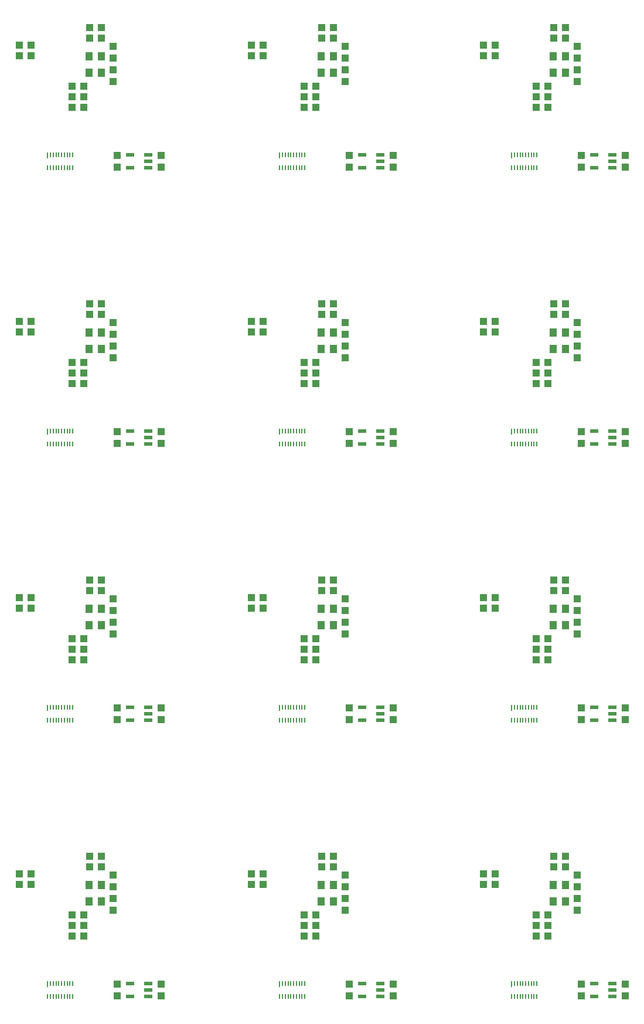
<source format=gbp>
G04 EAGLE Gerber RS-274X export*
G75*
%MOMM*%
%FSLAX34Y34*%
%LPD*%
%INSolderpaste Bottom*%
%IPPOS*%
%AMOC8*
5,1,8,0,0,1.08239X$1,22.5*%
G01*
%ADD10R,1.100000X1.000000*%
%ADD11R,1.100000X1.200000*%
%ADD12R,1.000000X1.100000*%
%ADD13R,1.200000X0.550000*%
%ADD14R,0.200000X0.800000*%
%ADD15R,0.200000X0.900000*%


D10*
X122800Y266700D03*
X105800Y266700D03*
X122800Y281940D03*
X105800Y281940D03*
D11*
X207150Y242250D03*
X207150Y265750D03*
X224650Y265750D03*
X224650Y242250D03*
D12*
X241300Y228990D03*
X241300Y245990D03*
X241300Y263280D03*
X241300Y280280D03*
D10*
X207400Y292100D03*
X224400Y292100D03*
X207400Y307340D03*
X224400Y307340D03*
X199000Y222250D03*
X182000Y222250D03*
X199000Y207010D03*
X182000Y207010D03*
X182000Y191770D03*
X199000Y191770D03*
D13*
X292401Y123800D03*
X292401Y114300D03*
X292401Y104800D03*
X266399Y104800D03*
X266399Y123800D03*
D12*
X311150Y105800D03*
X311150Y122800D03*
X247650Y122800D03*
X247650Y105800D03*
D14*
X147100Y105300D03*
X151100Y105300D03*
X155100Y105300D03*
X159100Y105300D03*
X163100Y105300D03*
X167100Y105300D03*
X171100Y105300D03*
X175100Y105300D03*
X179100Y105300D03*
X183100Y105300D03*
X151100Y123300D03*
X155100Y123300D03*
X159100Y123300D03*
X163100Y123300D03*
X167100Y123300D03*
X171100Y123300D03*
X175100Y123300D03*
X179100Y123300D03*
X183100Y123300D03*
D15*
X147100Y122800D03*
D10*
X458080Y266700D03*
X441080Y266700D03*
X458080Y281940D03*
X441080Y281940D03*
D11*
X542430Y242250D03*
X542430Y265750D03*
X559930Y265750D03*
X559930Y242250D03*
D12*
X576580Y228990D03*
X576580Y245990D03*
X576580Y263280D03*
X576580Y280280D03*
D10*
X542680Y292100D03*
X559680Y292100D03*
X542680Y307340D03*
X559680Y307340D03*
X534280Y222250D03*
X517280Y222250D03*
X534280Y207010D03*
X517280Y207010D03*
X517280Y191770D03*
X534280Y191770D03*
D13*
X627681Y123800D03*
X627681Y114300D03*
X627681Y104800D03*
X601679Y104800D03*
X601679Y123800D03*
D12*
X646430Y105800D03*
X646430Y122800D03*
X582930Y122800D03*
X582930Y105800D03*
D14*
X482380Y105300D03*
X486380Y105300D03*
X490380Y105300D03*
X494380Y105300D03*
X498380Y105300D03*
X502380Y105300D03*
X506380Y105300D03*
X510380Y105300D03*
X514380Y105300D03*
X518380Y105300D03*
X486380Y123300D03*
X490380Y123300D03*
X494380Y123300D03*
X498380Y123300D03*
X502380Y123300D03*
X506380Y123300D03*
X510380Y123300D03*
X514380Y123300D03*
X518380Y123300D03*
D15*
X482380Y122800D03*
D10*
X793360Y266700D03*
X776360Y266700D03*
X793360Y281940D03*
X776360Y281940D03*
D11*
X877710Y242250D03*
X877710Y265750D03*
X895210Y265750D03*
X895210Y242250D03*
D12*
X911860Y228990D03*
X911860Y245990D03*
X911860Y263280D03*
X911860Y280280D03*
D10*
X877960Y292100D03*
X894960Y292100D03*
X877960Y307340D03*
X894960Y307340D03*
X869560Y222250D03*
X852560Y222250D03*
X869560Y207010D03*
X852560Y207010D03*
X852560Y191770D03*
X869560Y191770D03*
D13*
X962961Y123800D03*
X962961Y114300D03*
X962961Y104800D03*
X936959Y104800D03*
X936959Y123800D03*
D12*
X981710Y105800D03*
X981710Y122800D03*
X918210Y122800D03*
X918210Y105800D03*
D14*
X817660Y105300D03*
X821660Y105300D03*
X825660Y105300D03*
X829660Y105300D03*
X833660Y105300D03*
X837660Y105300D03*
X841660Y105300D03*
X845660Y105300D03*
X849660Y105300D03*
X853660Y105300D03*
X821660Y123300D03*
X825660Y123300D03*
X829660Y123300D03*
X833660Y123300D03*
X837660Y123300D03*
X841660Y123300D03*
X845660Y123300D03*
X849660Y123300D03*
X853660Y123300D03*
D15*
X817660Y122800D03*
D10*
X122800Y665480D03*
X105800Y665480D03*
X122800Y680720D03*
X105800Y680720D03*
D11*
X207150Y641030D03*
X207150Y664530D03*
X224650Y664530D03*
X224650Y641030D03*
D12*
X241300Y627770D03*
X241300Y644770D03*
X241300Y662060D03*
X241300Y679060D03*
D10*
X207400Y690880D03*
X224400Y690880D03*
X207400Y706120D03*
X224400Y706120D03*
X199000Y621030D03*
X182000Y621030D03*
X199000Y605790D03*
X182000Y605790D03*
X182000Y590550D03*
X199000Y590550D03*
D13*
X292401Y522580D03*
X292401Y513080D03*
X292401Y503580D03*
X266399Y503580D03*
X266399Y522580D03*
D12*
X311150Y504580D03*
X311150Y521580D03*
X247650Y521580D03*
X247650Y504580D03*
D14*
X147100Y504080D03*
X151100Y504080D03*
X155100Y504080D03*
X159100Y504080D03*
X163100Y504080D03*
X167100Y504080D03*
X171100Y504080D03*
X175100Y504080D03*
X179100Y504080D03*
X183100Y504080D03*
X151100Y522080D03*
X155100Y522080D03*
X159100Y522080D03*
X163100Y522080D03*
X167100Y522080D03*
X171100Y522080D03*
X175100Y522080D03*
X179100Y522080D03*
X183100Y522080D03*
D15*
X147100Y521580D03*
D10*
X458080Y665480D03*
X441080Y665480D03*
X458080Y680720D03*
X441080Y680720D03*
D11*
X542430Y641030D03*
X542430Y664530D03*
X559930Y664530D03*
X559930Y641030D03*
D12*
X576580Y627770D03*
X576580Y644770D03*
X576580Y662060D03*
X576580Y679060D03*
D10*
X542680Y690880D03*
X559680Y690880D03*
X542680Y706120D03*
X559680Y706120D03*
X534280Y621030D03*
X517280Y621030D03*
X534280Y605790D03*
X517280Y605790D03*
X517280Y590550D03*
X534280Y590550D03*
D13*
X627681Y522580D03*
X627681Y513080D03*
X627681Y503580D03*
X601679Y503580D03*
X601679Y522580D03*
D12*
X646430Y504580D03*
X646430Y521580D03*
X582930Y521580D03*
X582930Y504580D03*
D14*
X482380Y504080D03*
X486380Y504080D03*
X490380Y504080D03*
X494380Y504080D03*
X498380Y504080D03*
X502380Y504080D03*
X506380Y504080D03*
X510380Y504080D03*
X514380Y504080D03*
X518380Y504080D03*
X486380Y522080D03*
X490380Y522080D03*
X494380Y522080D03*
X498380Y522080D03*
X502380Y522080D03*
X506380Y522080D03*
X510380Y522080D03*
X514380Y522080D03*
X518380Y522080D03*
D15*
X482380Y521580D03*
D10*
X793360Y665480D03*
X776360Y665480D03*
X793360Y680720D03*
X776360Y680720D03*
D11*
X877710Y641030D03*
X877710Y664530D03*
X895210Y664530D03*
X895210Y641030D03*
D12*
X911860Y627770D03*
X911860Y644770D03*
X911860Y662060D03*
X911860Y679060D03*
D10*
X877960Y690880D03*
X894960Y690880D03*
X877960Y706120D03*
X894960Y706120D03*
X869560Y621030D03*
X852560Y621030D03*
X869560Y605790D03*
X852560Y605790D03*
X852560Y590550D03*
X869560Y590550D03*
D13*
X962961Y522580D03*
X962961Y513080D03*
X962961Y503580D03*
X936959Y503580D03*
X936959Y522580D03*
D12*
X981710Y504580D03*
X981710Y521580D03*
X918210Y521580D03*
X918210Y504580D03*
D14*
X817660Y504080D03*
X821660Y504080D03*
X825660Y504080D03*
X829660Y504080D03*
X833660Y504080D03*
X837660Y504080D03*
X841660Y504080D03*
X845660Y504080D03*
X849660Y504080D03*
X853660Y504080D03*
X821660Y522080D03*
X825660Y522080D03*
X829660Y522080D03*
X833660Y522080D03*
X837660Y522080D03*
X841660Y522080D03*
X845660Y522080D03*
X849660Y522080D03*
X853660Y522080D03*
D15*
X817660Y521580D03*
D10*
X122800Y1064260D03*
X105800Y1064260D03*
X122800Y1079500D03*
X105800Y1079500D03*
D11*
X207150Y1039810D03*
X207150Y1063310D03*
X224650Y1063310D03*
X224650Y1039810D03*
D12*
X241300Y1026550D03*
X241300Y1043550D03*
X241300Y1060840D03*
X241300Y1077840D03*
D10*
X207400Y1089660D03*
X224400Y1089660D03*
X207400Y1104900D03*
X224400Y1104900D03*
X199000Y1019810D03*
X182000Y1019810D03*
X199000Y1004570D03*
X182000Y1004570D03*
X182000Y989330D03*
X199000Y989330D03*
D13*
X292401Y921360D03*
X292401Y911860D03*
X292401Y902360D03*
X266399Y902360D03*
X266399Y921360D03*
D12*
X311150Y903360D03*
X311150Y920360D03*
X247650Y920360D03*
X247650Y903360D03*
D14*
X147100Y902860D03*
X151100Y902860D03*
X155100Y902860D03*
X159100Y902860D03*
X163100Y902860D03*
X167100Y902860D03*
X171100Y902860D03*
X175100Y902860D03*
X179100Y902860D03*
X183100Y902860D03*
X151100Y920860D03*
X155100Y920860D03*
X159100Y920860D03*
X163100Y920860D03*
X167100Y920860D03*
X171100Y920860D03*
X175100Y920860D03*
X179100Y920860D03*
X183100Y920860D03*
D15*
X147100Y920360D03*
D10*
X458080Y1064260D03*
X441080Y1064260D03*
X458080Y1079500D03*
X441080Y1079500D03*
D11*
X542430Y1039810D03*
X542430Y1063310D03*
X559930Y1063310D03*
X559930Y1039810D03*
D12*
X576580Y1026550D03*
X576580Y1043550D03*
X576580Y1060840D03*
X576580Y1077840D03*
D10*
X542680Y1089660D03*
X559680Y1089660D03*
X542680Y1104900D03*
X559680Y1104900D03*
X534280Y1019810D03*
X517280Y1019810D03*
X534280Y1004570D03*
X517280Y1004570D03*
X517280Y989330D03*
X534280Y989330D03*
D13*
X627681Y921360D03*
X627681Y911860D03*
X627681Y902360D03*
X601679Y902360D03*
X601679Y921360D03*
D12*
X646430Y903360D03*
X646430Y920360D03*
X582930Y920360D03*
X582930Y903360D03*
D14*
X482380Y902860D03*
X486380Y902860D03*
X490380Y902860D03*
X494380Y902860D03*
X498380Y902860D03*
X502380Y902860D03*
X506380Y902860D03*
X510380Y902860D03*
X514380Y902860D03*
X518380Y902860D03*
X486380Y920860D03*
X490380Y920860D03*
X494380Y920860D03*
X498380Y920860D03*
X502380Y920860D03*
X506380Y920860D03*
X510380Y920860D03*
X514380Y920860D03*
X518380Y920860D03*
D15*
X482380Y920360D03*
D10*
X793360Y1064260D03*
X776360Y1064260D03*
X793360Y1079500D03*
X776360Y1079500D03*
D11*
X877710Y1039810D03*
X877710Y1063310D03*
X895210Y1063310D03*
X895210Y1039810D03*
D12*
X911860Y1026550D03*
X911860Y1043550D03*
X911860Y1060840D03*
X911860Y1077840D03*
D10*
X877960Y1089660D03*
X894960Y1089660D03*
X877960Y1104900D03*
X894960Y1104900D03*
X869560Y1019810D03*
X852560Y1019810D03*
X869560Y1004570D03*
X852560Y1004570D03*
X852560Y989330D03*
X869560Y989330D03*
D13*
X962961Y921360D03*
X962961Y911860D03*
X962961Y902360D03*
X936959Y902360D03*
X936959Y921360D03*
D12*
X981710Y903360D03*
X981710Y920360D03*
X918210Y920360D03*
X918210Y903360D03*
D14*
X817660Y902860D03*
X821660Y902860D03*
X825660Y902860D03*
X829660Y902860D03*
X833660Y902860D03*
X837660Y902860D03*
X841660Y902860D03*
X845660Y902860D03*
X849660Y902860D03*
X853660Y902860D03*
X821660Y920860D03*
X825660Y920860D03*
X829660Y920860D03*
X833660Y920860D03*
X837660Y920860D03*
X841660Y920860D03*
X845660Y920860D03*
X849660Y920860D03*
X853660Y920860D03*
D15*
X817660Y920360D03*
D10*
X122800Y1463040D03*
X105800Y1463040D03*
X122800Y1478280D03*
X105800Y1478280D03*
D11*
X207150Y1438590D03*
X207150Y1462090D03*
X224650Y1462090D03*
X224650Y1438590D03*
D12*
X241300Y1425330D03*
X241300Y1442330D03*
X241300Y1459620D03*
X241300Y1476620D03*
D10*
X207400Y1488440D03*
X224400Y1488440D03*
X207400Y1503680D03*
X224400Y1503680D03*
X199000Y1418590D03*
X182000Y1418590D03*
X199000Y1403350D03*
X182000Y1403350D03*
X182000Y1388110D03*
X199000Y1388110D03*
D13*
X292401Y1320140D03*
X292401Y1310640D03*
X292401Y1301140D03*
X266399Y1301140D03*
X266399Y1320140D03*
D12*
X311150Y1302140D03*
X311150Y1319140D03*
X247650Y1319140D03*
X247650Y1302140D03*
D14*
X147100Y1301640D03*
X151100Y1301640D03*
X155100Y1301640D03*
X159100Y1301640D03*
X163100Y1301640D03*
X167100Y1301640D03*
X171100Y1301640D03*
X175100Y1301640D03*
X179100Y1301640D03*
X183100Y1301640D03*
X151100Y1319640D03*
X155100Y1319640D03*
X159100Y1319640D03*
X163100Y1319640D03*
X167100Y1319640D03*
X171100Y1319640D03*
X175100Y1319640D03*
X179100Y1319640D03*
X183100Y1319640D03*
D15*
X147100Y1319140D03*
D10*
X458080Y1463040D03*
X441080Y1463040D03*
X458080Y1478280D03*
X441080Y1478280D03*
D11*
X542430Y1438590D03*
X542430Y1462090D03*
X559930Y1462090D03*
X559930Y1438590D03*
D12*
X576580Y1425330D03*
X576580Y1442330D03*
X576580Y1459620D03*
X576580Y1476620D03*
D10*
X542680Y1488440D03*
X559680Y1488440D03*
X542680Y1503680D03*
X559680Y1503680D03*
X534280Y1418590D03*
X517280Y1418590D03*
X534280Y1403350D03*
X517280Y1403350D03*
X517280Y1388110D03*
X534280Y1388110D03*
D13*
X627681Y1320140D03*
X627681Y1310640D03*
X627681Y1301140D03*
X601679Y1301140D03*
X601679Y1320140D03*
D12*
X646430Y1302140D03*
X646430Y1319140D03*
X582930Y1319140D03*
X582930Y1302140D03*
D14*
X482380Y1301640D03*
X486380Y1301640D03*
X490380Y1301640D03*
X494380Y1301640D03*
X498380Y1301640D03*
X502380Y1301640D03*
X506380Y1301640D03*
X510380Y1301640D03*
X514380Y1301640D03*
X518380Y1301640D03*
X486380Y1319640D03*
X490380Y1319640D03*
X494380Y1319640D03*
X498380Y1319640D03*
X502380Y1319640D03*
X506380Y1319640D03*
X510380Y1319640D03*
X514380Y1319640D03*
X518380Y1319640D03*
D15*
X482380Y1319140D03*
D10*
X793360Y1463040D03*
X776360Y1463040D03*
X793360Y1478280D03*
X776360Y1478280D03*
D11*
X877710Y1438590D03*
X877710Y1462090D03*
X895210Y1462090D03*
X895210Y1438590D03*
D12*
X911860Y1425330D03*
X911860Y1442330D03*
X911860Y1459620D03*
X911860Y1476620D03*
D10*
X877960Y1488440D03*
X894960Y1488440D03*
X877960Y1503680D03*
X894960Y1503680D03*
X869560Y1418590D03*
X852560Y1418590D03*
X869560Y1403350D03*
X852560Y1403350D03*
X852560Y1388110D03*
X869560Y1388110D03*
D13*
X962961Y1320140D03*
X962961Y1310640D03*
X962961Y1301140D03*
X936959Y1301140D03*
X936959Y1320140D03*
D12*
X981710Y1302140D03*
X981710Y1319140D03*
X918210Y1319140D03*
X918210Y1302140D03*
D14*
X817660Y1301640D03*
X821660Y1301640D03*
X825660Y1301640D03*
X829660Y1301640D03*
X833660Y1301640D03*
X837660Y1301640D03*
X841660Y1301640D03*
X845660Y1301640D03*
X849660Y1301640D03*
X853660Y1301640D03*
X821660Y1319640D03*
X825660Y1319640D03*
X829660Y1319640D03*
X833660Y1319640D03*
X837660Y1319640D03*
X841660Y1319640D03*
X845660Y1319640D03*
X849660Y1319640D03*
X853660Y1319640D03*
D15*
X817660Y1319140D03*
M02*

</source>
